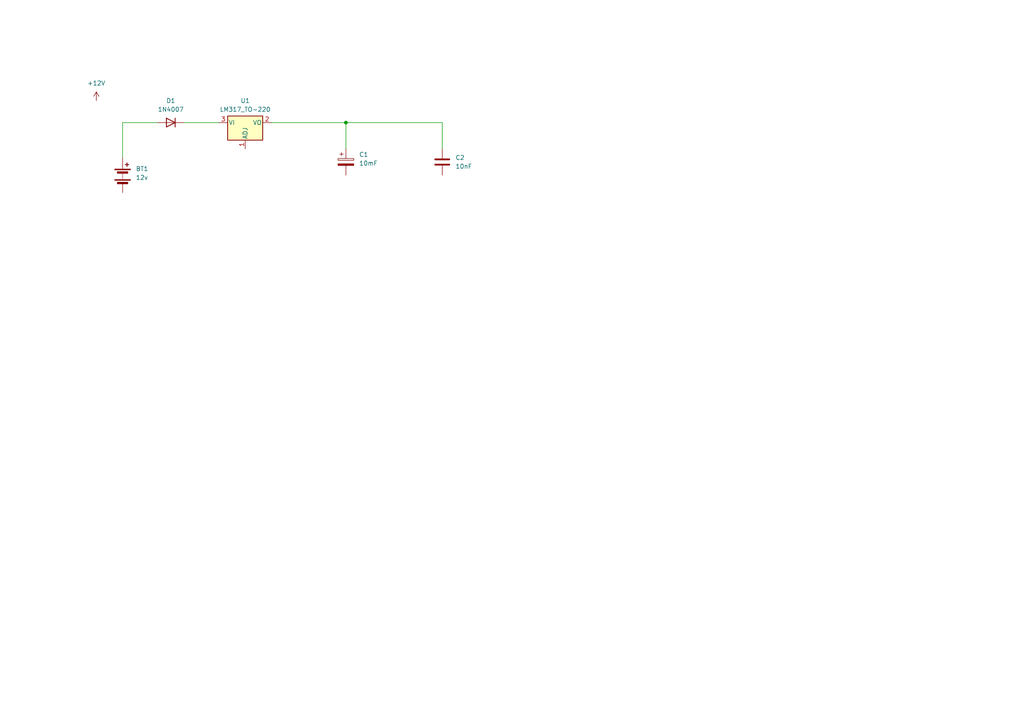
<source format=kicad_sch>
(kicad_sch (version 20230121) (generator eeschema)
  (paper "A4")
  (title_block (title "Luminaria Juno") (date "2024-03-16") (rev "v.1.0") (company "IFSC Eletrônica I - 2024.1"))
  (lib_symbols
    (symbol "Device:Battery" (pin_numbers hide) (pin_names (offset 0) hide)
      (property "Reference" "BT" (at 2.54 2.54 0))
      (property "Value" "Battery" (at 2.54 0 0))
      (symbol "Battery_0_1"
        (rectangle (start -2.286 -1.27) (end 2.286 -1.524) (fill (type outline)))
        (rectangle (start -2.286 1.778) (end 2.286 1.524) (fill (type outline)))
        (rectangle (start -1.524 -2.032) (end 1.524 -2.54) (fill (type outline)))
        (rectangle (start -1.524 1.016) (end 1.524 0.508) (fill (type outline)))
        (polyline (pts (xy 0 -1.016) (xy 0 -0.762)))
        (polyline (pts (xy 0 -0.508) (xy 0 -0.254)))
        (polyline (pts (xy 0 0) (xy 0 0.254)))
        (polyline (pts (xy 0 1.778) (xy 0 2.54)))
        (polyline (pts (xy 0.762 3.048) (xy 1.778 3.048)) (stroke (width 0.254)))
        (polyline (pts (xy 1.27 3.556) (xy 1.27 2.54)) (stroke (width 0.254)))
      )
      (symbol "Battery_1_1"
        (pin passive line (at 0 5.08 270) (length 2.54) (name "+") (number "1"))
        (pin passive line (at 0 -5.08 90) (length 2.54) (name "-") (number "2"))
      )
    )
    (symbol "Device:C" (pin_numbers hide) (pin_names (offset 0.254))
      (property "Reference" "C" (at 0.635 2.54 0))
      (property "Value" "C" (at 0.635 -2.54 0))
      (symbol "C_0_1"
        (polyline (pts (xy -2.032 -0.762) (xy 2.032 -0.762)) (stroke (width 0.508)))
        (polyline (pts (xy -2.032 0.762) (xy 2.032 0.762)) (stroke (width 0.508)))
      )
      (symbol "C_1_1"
        (pin passive line (at 0 3.81 270) (length 2.794) (name "~") (number "1"))
        (pin passive line (at 0 -3.81 90) (length 2.794) (name "~") (number "2"))
      )
    )
    (symbol "Device:C_Polarized" (pin_numbers hide) (pin_names (offset 0.254))
      (property "Reference" "C" (at 0.635 2.54 0))
      (property "Value" "C_Polarized" (at 0.635 -2.54 0))
      (symbol "C_Polarized_0_1"
        (rectangle (start -2.286 0.508) (end 2.286 1.016))
        (polyline (pts (xy -1.778 2.286) (xy -0.762 2.286)))
        (polyline (pts (xy -1.27 2.794) (xy -1.27 1.778)))
        (rectangle (start 2.286 -0.508) (end -2.286 -1.016) (fill (type outline)))
      )
      (symbol "C_Polarized_1_1"
        (pin passive line (at 0 3.81 270) (length 2.794) (name "~") (number "1"))
        (pin passive line (at 0 -3.81 90) (length 2.794) (name "~") (number "2"))
      )
    )
    (symbol "Diode:1N4007" (pin_numbers hide) (pin_names hide)
      (property "Reference" "D" (at 0 2.54 0))
      (property "Value" "1N4007" (at 0 -2.54 0))
      (symbol "1N4007_0_1"
        (polyline (pts (xy -1.27 1.27) (xy -1.27 -1.27)) (stroke (width 0.254)))
        (polyline (pts (xy 1.27 0) (xy -1.27 0)))
        (polyline (pts (xy 1.27 1.27) (xy 1.27 -1.27) (xy -1.27 0) (xy 1.27 1.27)) (stroke (width 0.254)))
      )
      (symbol "1N4007_1_1"
        (pin passive line (at -3.81 0 0) (length 2.54) (name "K") (number "1"))
        (pin passive line (at 3.81 0 180) (length 2.54) (name "A") (number "2"))
      )
    )
    (symbol "Regulator_Linear:LM317_TO-220" (pin_names (offset 0.254))
      (property "Reference" "U" (at -3.81 3.175 0))
      (property "Value" "LM317_TO-220" (at 0 3.175 0))
      (symbol "LM317_TO-220_0_1"
        (rectangle (start -5.08 1.905) (end 5.08 -5.08) (stroke (width 0.254)) (fill (type background)))
      )
      (symbol "LM317_TO-220_1_1"
        (pin input line (at 0 -7.62 90) (length 2.54) (name "ADJ") (number "1"))
        (pin power_out line (at 7.62 0 180) (length 2.54) (name "VO") (number "2"))
        (pin power_in line (at -7.62 0 0) (length 2.54) (name "VI") (number "3"))
      )
    )
    (symbol "power:+12V" (power) (pin_names (offset 0))
      (property "Value" "+12V" (at 0 3.556 0))
      (symbol "+12V_0_1"
        (polyline (pts (xy -0.762 1.27) (xy 0 2.54)))
        (polyline (pts (xy 0 0) (xy 0 2.54)))
        (polyline (pts (xy 0 2.54) (xy 0.762 1.27)))
      )
      (symbol "+12V_1_1"
        (pin power_in line (at 0 0 90) (length 0) hide (name "+12V") (number "1"))
      )
    )
  )
  (junction (at 100.33 35.56))
  (wire (pts (xy 35.56 45.72) (xy 35.56 35.56)))
  (wire (pts (xy 53.34 35.56) (xy 63.5 35.56)))
  (wire (pts (xy 100.33 35.56) (xy 100.33 43.18)))
  (wire (pts (xy 100.33 35.56) (xy 128.27 35.56)))
  (wire (pts (xy 128.27 43.18) (xy 128.27 35.56)))
  (wire (pts (xy 78.74 35.56) (xy 100.33 35.56)))
  (wire (pts (xy 35.56 35.56) (xy 45.72 35.56)))
  (symbol (lib_id "Device:C_Polarized") (at 100.33 46.99 0) (unit 1)
    (property "Reference" "C1" (at 104.14 44.831 0) (effects (justify left)))
    (property "Value" "10mF" (at 104.14 47.371 0) (effects (justify left)))
  )
  (symbol (lib_id "Diode:1N4007") (at 49.53 35.56 0) (mirror y) (unit 1)
    (property "Reference" "D1" (at 49.53 29.21 0))
    (property "Value" "1N4007" (at 49.53 31.75 0))
    (property "Footprint" "Diode_THT:D_DO-41_SOD81_P10.16mm_Horizontal" (effects hide))
    (property "Datasheet" "http://www.vishay.com/docs/88503/1n4001.pdf" (effects hide))
    (property "Sim.Device" "D" (effects hide))
    (property "Sim.Pins" "1=K 2=A" (effects hide))
  )
  (symbol (lib_id "Device:C") (at 128.27 46.99 0) (unit 1)
    (property "Reference" "C2" (at 132.08 45.72 0) (effects (justify left)))
    (property "Value" "10nF" (at 132.08 48.26 0) (effects (justify left)))
  )
  (symbol (lib_id "power:+12V") (at 27.94 29.21 0) (unit 1)
    (property "Reference" "#PWR01" (effects hide))
    (property "Value" "+12V" (at 27.94 24.13 0))
  )
  (symbol (lib_id "Regulator_Linear:LM317_TO-220") (at 71.12 35.56 0) (unit 1)
    (property "Reference" "U1" (at 71.12 29.21 0))
    (property "Value" "LM317_TO-220" (at 71.12 31.75 0))
    (property "Footprint" "Package_TO_SOT_THT:TO-220-3_Vertical" (effects hide))
    (property "Datasheet" "http://www.ti.com/lit/ds/symlink/lm317.pdf" (effects hide))
  )
  (symbol (lib_id "Device:Battery") (at 35.56 50.8 0) (unit 1)
    (property "Reference" "BT1" (at 39.37 48.9585 0) (effects (justify left)))
    (property "Value" "12v" (at 39.37 51.4985 0) (effects (justify left)))
  )
)
</source>
